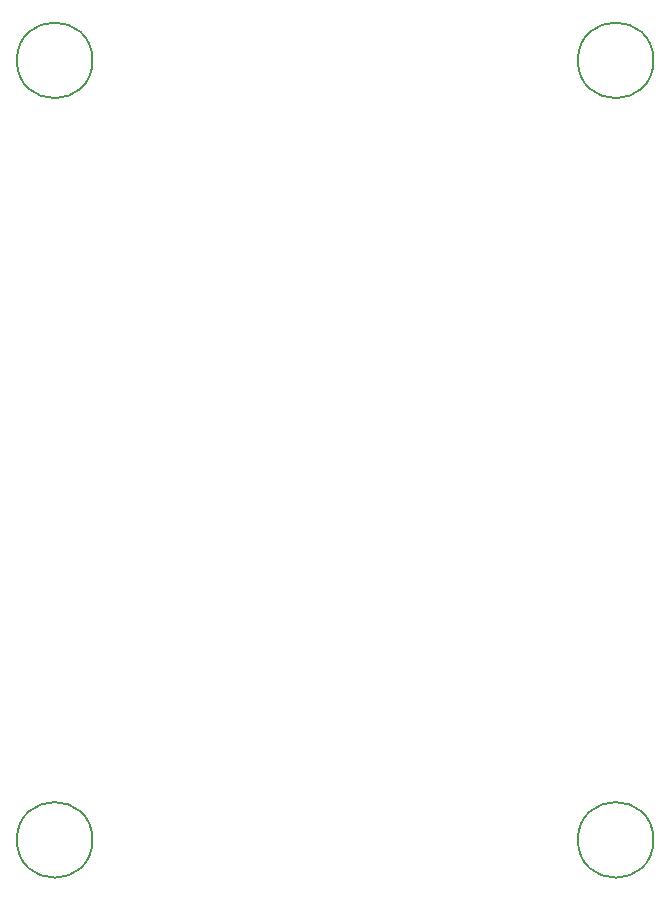
<source format=gbr>
%TF.GenerationSoftware,KiCad,Pcbnew,8.0.2*%
%TF.CreationDate,2024-12-14T22:54:13+01:00*%
%TF.ProjectId,solenoidDecoder,736f6c65-6e6f-4696-9444-65636f646572,rev?*%
%TF.SameCoordinates,Original*%
%TF.FileFunction,Other,Comment*%
%FSLAX46Y46*%
G04 Gerber Fmt 4.6, Leading zero omitted, Abs format (unit mm)*
G04 Created by KiCad (PCBNEW 8.0.2) date 2024-12-14 22:54:13*
%MOMM*%
%LPD*%
G01*
G04 APERTURE LIST*
%ADD10C,0.150000*%
G04 APERTURE END LIST*
D10*
%TO.C,REF\u002A\u002A*%
X39400305Y-34556103D02*
G75*
G02*
X33000305Y-34556103I-3200000J0D01*
G01*
X33000305Y-34556103D02*
G75*
G02*
X39400305Y-34556103I3200000J0D01*
G01*
X39400305Y-100556103D02*
G75*
G02*
X33000305Y-100556103I-3200000J0D01*
G01*
X33000305Y-100556103D02*
G75*
G02*
X39400305Y-100556103I3200000J0D01*
G01*
X86900305Y-100556103D02*
G75*
G02*
X80500305Y-100556103I-3200000J0D01*
G01*
X80500305Y-100556103D02*
G75*
G02*
X86900305Y-100556103I3200000J0D01*
G01*
X86900305Y-34556103D02*
G75*
G02*
X80500305Y-34556103I-3200000J0D01*
G01*
X80500305Y-34556103D02*
G75*
G02*
X86900305Y-34556103I3200000J0D01*
G01*
%TD*%
M02*

</source>
